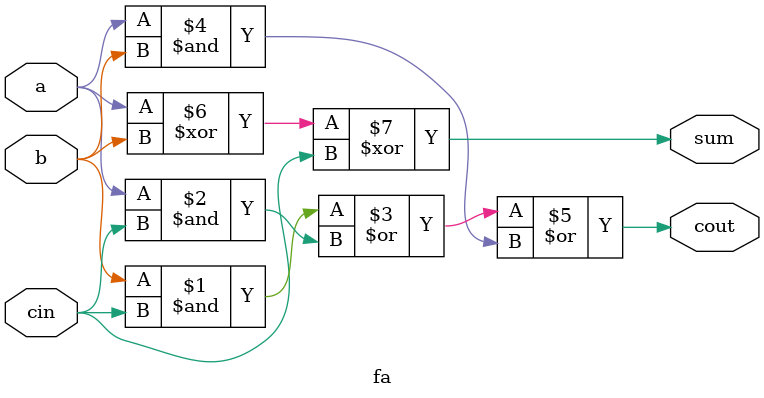
<source format=v>
`timescale 1ns / 1ps


module fa(a, b, cin, cout, sum);

input a;
input b;
input cin;
output cout, sum;

assign #1 cout = (b & cin) | (a & cin) | (a & b);
assign #1 sum = a ^b ^ cin;


endmodule

</source>
